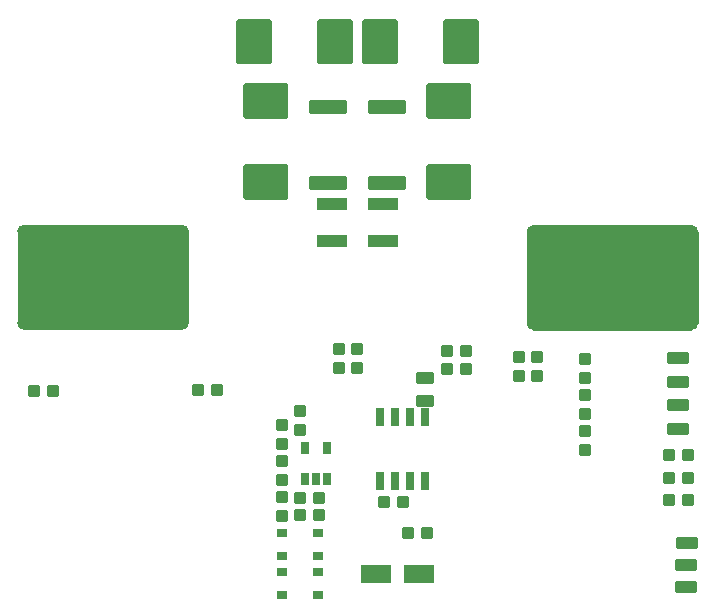
<source format=gbr>
G04*
G04 #@! TF.GenerationSoftware,Altium Limited,Altium Designer,23.5.1 (21)*
G04*
G04 Layer_Color=8421504*
%FSLAX25Y25*%
%MOIN*%
G70*
G04*
G04 #@! TF.SameCoordinates,6D0B82A1-967E-436D-B69F-C65EE343E0BC*
G04*
G04*
G04 #@! TF.FilePolarity,Positive*
G04*
G01*
G75*
%ADD10C,0.01000*%
%ADD17R,0.55800X0.33500*%
G04:AMPARAMS|DCode=18|XSize=37mil|YSize=39mil|CornerRadius=1.85mil|HoleSize=0mil|Usage=FLASHONLY|Rotation=0.000|XOffset=0mil|YOffset=0mil|HoleType=Round|Shape=RoundedRectangle|*
%AMROUNDEDRECTD18*
21,1,0.03700,0.03530,0,0,0.0*
21,1,0.03330,0.03900,0,0,0.0*
1,1,0.00370,0.01665,-0.01765*
1,1,0.00370,-0.01665,-0.01765*
1,1,0.00370,-0.01665,0.01765*
1,1,0.00370,0.01665,0.01765*
%
%ADD18ROUNDEDRECTD18*%
G04:AMPARAMS|DCode=19|XSize=37mil|YSize=39mil|CornerRadius=1.85mil|HoleSize=0mil|Usage=FLASHONLY|Rotation=270.000|XOffset=0mil|YOffset=0mil|HoleType=Round|Shape=RoundedRectangle|*
%AMROUNDEDRECTD19*
21,1,0.03700,0.03530,0,0,270.0*
21,1,0.03330,0.03900,0,0,270.0*
1,1,0.00370,-0.01765,-0.01665*
1,1,0.00370,-0.01765,0.01665*
1,1,0.00370,0.01765,0.01665*
1,1,0.00370,0.01765,-0.01665*
%
%ADD19ROUNDEDRECTD19*%
G04:AMPARAMS|DCode=20|XSize=71mil|YSize=39mil|CornerRadius=4.88mil|HoleSize=0mil|Usage=FLASHONLY|Rotation=0.000|XOffset=0mil|YOffset=0mil|HoleType=Round|Shape=RoundedRectangle|*
%AMROUNDEDRECTD20*
21,1,0.07100,0.02925,0,0,0.0*
21,1,0.06125,0.03900,0,0,0.0*
1,1,0.00975,0.03063,-0.01463*
1,1,0.00975,-0.03063,-0.01463*
1,1,0.00975,-0.03063,0.01463*
1,1,0.00975,0.03063,0.01463*
%
%ADD20ROUNDEDRECTD20*%
G04:AMPARAMS|DCode=21|XSize=61mil|YSize=24mil|CornerRadius=1.2mil|HoleSize=0mil|Usage=FLASHONLY|Rotation=90.000|XOffset=0mil|YOffset=0mil|HoleType=Round|Shape=RoundedRectangle|*
%AMROUNDEDRECTD21*
21,1,0.06100,0.02160,0,0,90.0*
21,1,0.05860,0.02400,0,0,90.0*
1,1,0.00240,0.01080,0.02930*
1,1,0.00240,0.01080,-0.02930*
1,1,0.00240,-0.01080,-0.02930*
1,1,0.00240,-0.01080,0.02930*
%
%ADD21ROUNDEDRECTD21*%
G04:AMPARAMS|DCode=22|XSize=24mil|YSize=41mil|CornerRadius=1.2mil|HoleSize=0mil|Usage=FLASHONLY|Rotation=0.000|XOffset=0mil|YOffset=0mil|HoleType=Round|Shape=RoundedRectangle|*
%AMROUNDEDRECTD22*
21,1,0.02400,0.03860,0,0,0.0*
21,1,0.02160,0.04100,0,0,0.0*
1,1,0.00240,0.01080,-0.01930*
1,1,0.00240,-0.01080,-0.01930*
1,1,0.00240,-0.01080,0.01930*
1,1,0.00240,0.01080,0.01930*
%
%ADD22ROUNDEDRECTD22*%
G04:AMPARAMS|DCode=23|XSize=49mil|YSize=125mil|CornerRadius=6.13mil|HoleSize=0mil|Usage=FLASHONLY|Rotation=90.000|XOffset=0mil|YOffset=0mil|HoleType=Round|Shape=RoundedRectangle|*
%AMROUNDEDRECTD23*
21,1,0.04900,0.11275,0,0,90.0*
21,1,0.03675,0.12500,0,0,90.0*
1,1,0.01225,0.05638,0.01838*
1,1,0.01225,0.05638,-0.01838*
1,1,0.01225,-0.05638,-0.01838*
1,1,0.01225,-0.05638,0.01838*
%
%ADD23ROUNDEDRECTD23*%
G04:AMPARAMS|DCode=24|XSize=150mil|YSize=119mil|CornerRadius=5.95mil|HoleSize=0mil|Usage=FLASHONLY|Rotation=0.000|XOffset=0mil|YOffset=0mil|HoleType=Round|Shape=RoundedRectangle|*
%AMROUNDEDRECTD24*
21,1,0.15000,0.10710,0,0,0.0*
21,1,0.13810,0.11900,0,0,0.0*
1,1,0.01190,0.06905,-0.05355*
1,1,0.01190,-0.06905,-0.05355*
1,1,0.01190,-0.06905,0.05355*
1,1,0.01190,0.06905,0.05355*
%
%ADD24ROUNDEDRECTD24*%
G04:AMPARAMS|DCode=25|XSize=150mil|YSize=119mil|CornerRadius=5.95mil|HoleSize=0mil|Usage=FLASHONLY|Rotation=90.000|XOffset=0mil|YOffset=0mil|HoleType=Round|Shape=RoundedRectangle|*
%AMROUNDEDRECTD25*
21,1,0.15000,0.10710,0,0,90.0*
21,1,0.13810,0.11900,0,0,90.0*
1,1,0.01190,0.05355,0.06905*
1,1,0.01190,0.05355,-0.06905*
1,1,0.01190,-0.05355,-0.06905*
1,1,0.01190,-0.05355,0.06905*
%
%ADD25ROUNDEDRECTD25*%
G04:AMPARAMS|DCode=26|XSize=31.5mil|YSize=26mil|CornerRadius=1.3mil|HoleSize=0mil|Usage=FLASHONLY|Rotation=0.000|XOffset=0mil|YOffset=0mil|HoleType=Round|Shape=RoundedRectangle|*
%AMROUNDEDRECTD26*
21,1,0.03150,0.02340,0,0,0.0*
21,1,0.02890,0.02600,0,0,0.0*
1,1,0.00260,0.01445,-0.01170*
1,1,0.00260,-0.01445,-0.01170*
1,1,0.00260,-0.01445,0.01170*
1,1,0.00260,0.01445,0.01170*
%
%ADD26ROUNDEDRECTD26*%
G04:AMPARAMS|DCode=27|XSize=43mil|YSize=98mil|CornerRadius=2.15mil|HoleSize=0mil|Usage=FLASHONLY|Rotation=270.000|XOffset=0mil|YOffset=0mil|HoleType=Round|Shape=RoundedRectangle|*
%AMROUNDEDRECTD27*
21,1,0.04300,0.09370,0,0,270.0*
21,1,0.03870,0.09800,0,0,270.0*
1,1,0.00430,-0.04685,-0.01935*
1,1,0.00430,-0.04685,0.01935*
1,1,0.00430,0.04685,0.01935*
1,1,0.00430,0.04685,-0.01935*
%
%ADD27ROUNDEDRECTD27*%
G04:AMPARAMS|DCode=28|XSize=39mil|YSize=57mil|CornerRadius=1.95mil|HoleSize=0mil|Usage=FLASHONLY|Rotation=270.000|XOffset=0mil|YOffset=0mil|HoleType=Round|Shape=RoundedRectangle|*
%AMROUNDEDRECTD28*
21,1,0.03900,0.05310,0,0,270.0*
21,1,0.03510,0.05700,0,0,270.0*
1,1,0.00390,-0.02655,-0.01755*
1,1,0.00390,-0.02655,0.01755*
1,1,0.00390,0.02655,0.01755*
1,1,0.00390,0.02655,-0.01755*
%
%ADD28ROUNDEDRECTD28*%
G04:AMPARAMS|DCode=29|XSize=63mil|YSize=102mil|CornerRadius=7.88mil|HoleSize=0mil|Usage=FLASHONLY|Rotation=270.000|XOffset=0mil|YOffset=0mil|HoleType=Round|Shape=RoundedRectangle|*
%AMROUNDEDRECTD29*
21,1,0.06300,0.08625,0,0,270.0*
21,1,0.04725,0.10200,0,0,270.0*
1,1,0.01575,-0.04313,-0.02362*
1,1,0.01575,-0.04313,0.02362*
1,1,0.01575,0.04313,0.02362*
1,1,0.01575,0.04313,-0.02362*
%
%ADD29ROUNDEDRECTD29*%
D10*
X173900Y126200D02*
G03*
X172100Y124400I0J-1800D01*
G01*
X228400D02*
G03*
X226600Y126200I-1800J0D01*
G01*
X172100Y93900D02*
G03*
X173900Y92100I1800J0D01*
G01*
X226600D02*
G03*
X228400Y93900I0J1800D01*
G01*
X56800Y92200D02*
G03*
X58600Y94000I0J1800D01*
G01*
X2300D02*
G03*
X4100Y92200I1800J0D01*
G01*
X58600Y124500D02*
G03*
X56800Y126300I-1800J0D01*
G01*
X4100D02*
G03*
X2300Y124500I0J-1800D01*
G01*
X173900Y126200D02*
X226600D01*
X173900Y92100D02*
X226600D01*
X228400Y93900D02*
Y124400D01*
X172100Y93900D02*
Y124400D01*
X4100Y92200D02*
X56800D01*
X4100Y126300D02*
X56800D01*
X2300Y94000D02*
Y124500D01*
X58600Y94000D02*
Y124500D01*
D17*
X200300Y109150D02*
D03*
X30400Y109250D02*
D03*
D18*
X96000Y35800D02*
D03*
X102300D02*
D03*
X219000Y35000D02*
D03*
X225300D02*
D03*
X219000Y42500D02*
D03*
X225300D02*
D03*
X151300Y78600D02*
D03*
X145000D02*
D03*
X151400Y84600D02*
D03*
X145100D02*
D03*
X96000Y29900D02*
D03*
X102300D02*
D03*
X68300Y71700D02*
D03*
X62000D02*
D03*
X7400Y71300D02*
D03*
X13700D02*
D03*
X219000Y50000D02*
D03*
X225300D02*
D03*
X130400Y34500D02*
D03*
X124100D02*
D03*
X132100Y23900D02*
D03*
X138400D02*
D03*
D19*
X175100Y76300D02*
D03*
Y82600D02*
D03*
X109000Y85200D02*
D03*
Y78900D02*
D03*
X115000Y85200D02*
D03*
Y78900D02*
D03*
X90200Y60000D02*
D03*
Y53700D02*
D03*
X191000Y51700D02*
D03*
Y58000D02*
D03*
Y63700D02*
D03*
Y70000D02*
D03*
X90200Y48000D02*
D03*
Y41700D02*
D03*
X191000Y75700D02*
D03*
Y82000D02*
D03*
X90200Y36000D02*
D03*
Y29700D02*
D03*
X96200Y64600D02*
D03*
Y58300D02*
D03*
X169100Y82600D02*
D03*
Y76300D02*
D03*
D20*
X222000Y82500D02*
D03*
Y74500D02*
D03*
Y58600D02*
D03*
Y66600D02*
D03*
X224900Y5900D02*
D03*
Y13300D02*
D03*
X225000Y20700D02*
D03*
D21*
X122800Y41350D02*
D03*
X127800D02*
D03*
X132800D02*
D03*
X137800D02*
D03*
X132800Y62650D02*
D03*
X127800D02*
D03*
X122800D02*
D03*
X137800D02*
D03*
D22*
X97720Y41900D02*
D03*
X101460D02*
D03*
X105200D02*
D03*
Y52500D02*
D03*
X97720D02*
D03*
D23*
X105600Y140700D02*
D03*
Y165900D02*
D03*
X125100D02*
D03*
Y140700D02*
D03*
D24*
X145900Y168100D02*
D03*
Y141100D02*
D03*
X84700Y168100D02*
D03*
Y141100D02*
D03*
D25*
X122700Y187600D02*
D03*
X149700D02*
D03*
X107900D02*
D03*
X80900D02*
D03*
D26*
X90100Y16250D02*
D03*
Y24100D02*
D03*
X102100D02*
D03*
Y16250D02*
D03*
X90100Y3200D02*
D03*
Y11050D02*
D03*
X102100D02*
D03*
Y3200D02*
D03*
D27*
X123800Y133600D02*
D03*
Y121400D02*
D03*
X106900D02*
D03*
Y133600D02*
D03*
D28*
X137800Y68100D02*
D03*
Y75600D02*
D03*
D29*
X135700Y10200D02*
D03*
X121500D02*
D03*
M02*

</source>
